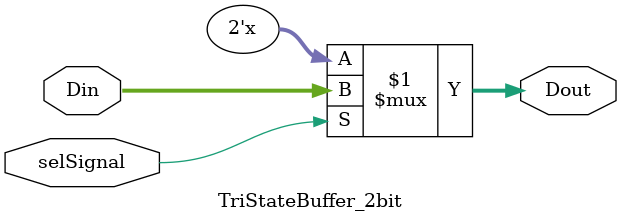
<source format=sv>

module TriStateBuffer_2bit(Din, selSignal, Dout);

input wire [1:0] Din;
input wire [0:0] selSignal;
output wire [1:0] Dout;

assign Dout = (selSignal) ? Din : 2'bz; 

endmodule

</source>
